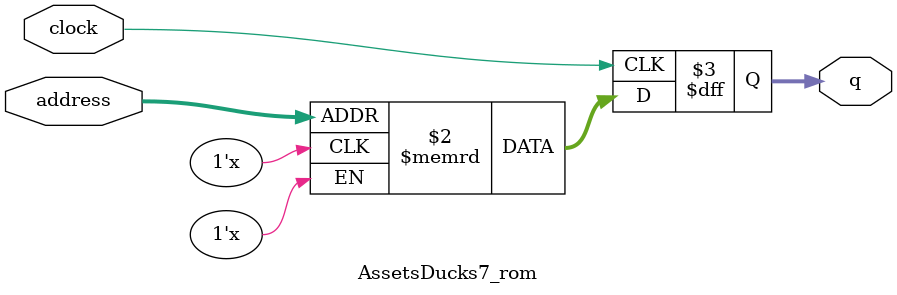
<source format=sv>
module AssetsDucks7_rom (
	input logic clock,
	input logic [11:0] address,
	output logic [3:0] q
);

logic [3:0] memory [0:4095] /* synthesis ram_init_file = "./AssetsDucks7/AssetsDucks7.mif" */;

always_ff @ (posedge clock) begin
	q <= memory[address];
end

endmodule

</source>
